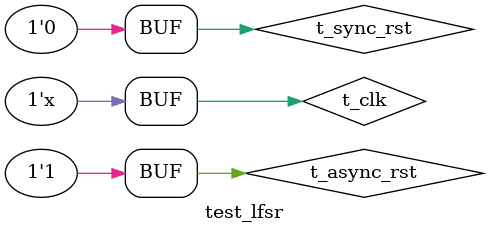
<source format=v>
`timescale  1ns/1ps


module  test_lfsr( );      // ???test_lfsr
  
reg   t_async_rst, t_sync_rst;
reg   t_clk;

wire  [3:0] test_out;       // ??4???

//*** test signal generation ***

//*** async_rst ***
initial
	begin
  		#0      t_async_rst = 1'b1;
		#50     t_async_rst = 1'b0;
		#50     t_async_rst = 1'b1;
   end
   
//*** sync_rst ***
initial
	begin
  		#0      t_sync_rst = 1'b0;
		#201    t_sync_rst = 1'b1;
		#51     t_sync_rst = 1'b0;
   end
   
//*** clk ***
initial
  begin 
    t_clk = 1'b0;
  end
   
always #50 t_clk = ~t_clk;

//*** connect with the circuit to be tested ***
// ???4?LFSR
lfsr   lfsr  (.async_rst(t_async_rst), .sync_rst(t_sync_rst), 
               .clk(t_clk), .cnt_out(test_out));


endmodule
</source>
